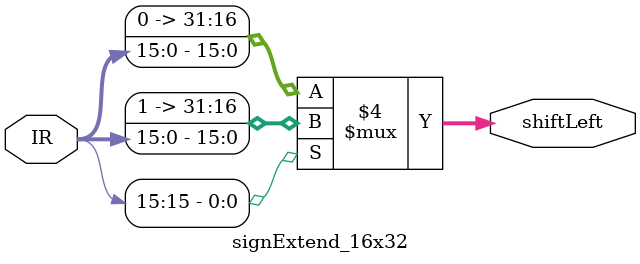
<source format=v>
module signExtend_16x32 (
  input [15:0] IR,
  output reg [31:0] shiftLeft // output reg = variable in verilog to be used in a always loops
);

  always @(*) begin  // changes every time ir changes
    if (IR[15] == 1)  // verify if the 16th bit (most significant bit) is 1 = negative
        begin
        shiftLeft = {16'b1111111111111111, IR};
        end 
    else  // postive number
        begin
        shiftLeft = {16'b0000000000000000, IR};
        end
  end

endmodule

// testbench:

// `timescale 1ns / 1ps

// module testbench;
//     reg [15:0] IR;
//     wire [31:0] shiftLeft;

//     // Instanciar o módulo que queremos testar
//     signExtend_16x32 uut (
//         .IR(IR), 
//         .shiftLeft(shiftLeft)
//     );

//     initial begin
//         // Teste com um número positivo
//         IR = 16'b0000000000000001;
//         #10; // Espera 10 unidades de tempo
//         $display("IR = %b, shiftLeft = %b", IR, shiftLeft);

//         // Teste com um número negativo
//         IR = 16'b1000000000000000;
//         #10; // Espera 10 unidades de tempo
//         $display("IR = %b, shiftLeft = %b", IR, shiftLeft);

//         // Finaliza a simulação
//         $finish;
//     end
// endmodule

// IR = 0000000000000001, shiftLeft = 00000000000000000000000000000001
// IR = 1000000000000000, shiftLeft = 11111111111111111000000000000000
</source>
